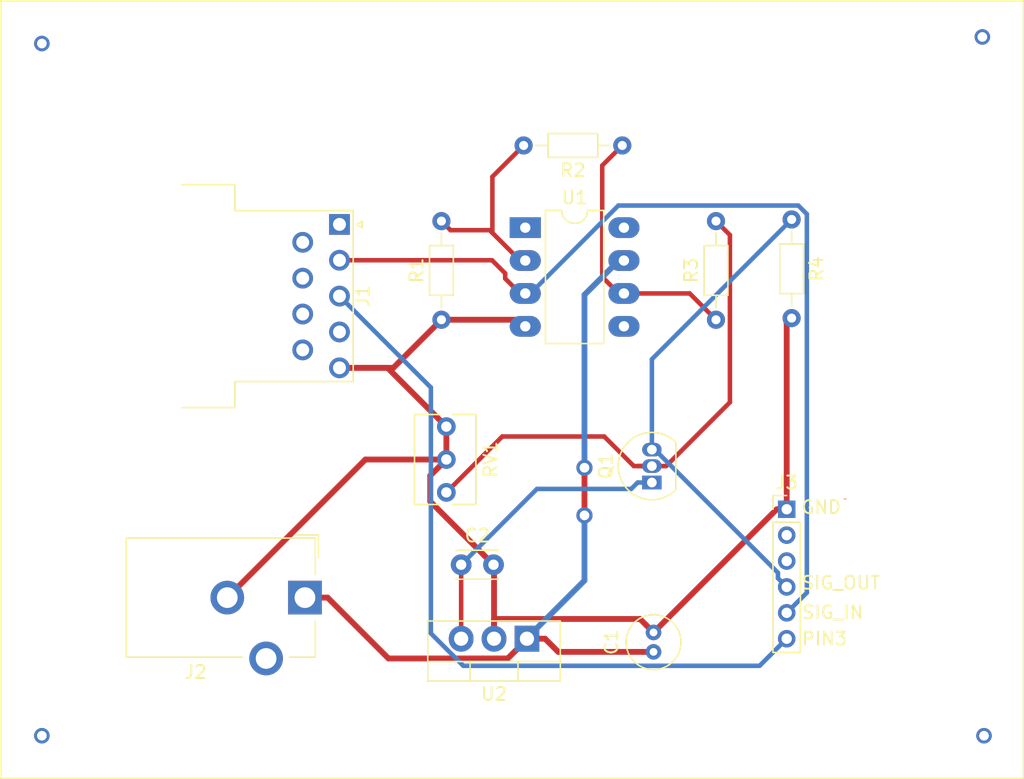
<source format=kicad_pcb>
(kicad_pcb (version 20171130) (host pcbnew "(5.1.0-0)")

  (general
    (thickness 1.6)
    (drawings 9)
    (tracks 99)
    (zones 0)
    (modules 13)
    (nets 21)
  )

  (page A4)
  (layers
    (0 F.Cu signal)
    (31 B.Cu signal)
    (32 B.Adhes user)
    (33 F.Adhes user)
    (34 B.Paste user)
    (35 F.Paste user)
    (36 B.SilkS user)
    (37 F.SilkS user)
    (38 B.Mask user)
    (39 F.Mask user)
    (40 Dwgs.User user)
    (41 Cmts.User user)
    (42 Eco1.User user)
    (43 Eco2.User user)
    (44 Edge.Cuts user)
    (45 Margin user)
    (46 B.CrtYd user)
    (47 F.CrtYd user)
    (48 B.Fab user)
    (49 F.Fab user)
  )

  (setup
    (last_trace_width 0.35)
    (trace_clearance 0.2)
    (zone_clearance 0.508)
    (zone_45_only no)
    (trace_min 0.2)
    (via_size 0.8)
    (via_drill 0.4)
    (via_min_size 0.4)
    (via_min_drill 0.3)
    (uvia_size 0.3)
    (uvia_drill 0.1)
    (uvias_allowed no)
    (uvia_min_size 0.2)
    (uvia_min_drill 0.1)
    (edge_width 0.05)
    (segment_width 0.2)
    (pcb_text_width 0.3)
    (pcb_text_size 1.5 1.5)
    (mod_edge_width 0.12)
    (mod_text_size 1 1)
    (mod_text_width 0.15)
    (pad_size 1.524 1.524)
    (pad_drill 0.762)
    (pad_to_mask_clearance 0.051)
    (solder_mask_min_width 0.25)
    (aux_axis_origin 0 0)
    (visible_elements FFFFFF7F)
    (pcbplotparams
      (layerselection 0x010fc_ffffffff)
      (usegerberextensions false)
      (usegerberattributes false)
      (usegerberadvancedattributes false)
      (creategerberjobfile false)
      (excludeedgelayer true)
      (linewidth 0.100000)
      (plotframeref false)
      (viasonmask false)
      (mode 1)
      (useauxorigin false)
      (hpglpennumber 1)
      (hpglpenspeed 20)
      (hpglpendiameter 15.000000)
      (psnegative false)
      (psa4output false)
      (plotreference true)
      (plotvalue true)
      (plotinvisibletext false)
      (padsonsilk false)
      (subtractmaskfromsilk false)
      (outputformat 1)
      (mirror false)
      (drillshape 1)
      (scaleselection 1)
      (outputdirectory ""))
  )

  (net 0 "")
  (net 1 GND)
  (net 2 "Net-(C2-Pad1)")
  (net 3 +12V)
  (net 4 "Net-(J1-Pad4)")
  (net 5 "Net-(J1-Pad6)")
  (net 6 "Net-(J1-Pad7)")
  (net 7 "Net-(J1-Pad8)")
  (net 8 "Net-(J1-Pad9)")
  (net 9 "Net-(Q1-Pad2)")
  (net 10 "Net-(J3-Pad2)")
  (net 11 "Net-(R1-Pad2)")
  (net 12 "Net-(U1-Pad1)")
  (net 13 "Net-(U1-Pad5)")
  (net 14 "Net-(U1-Pad8)")
  (net 15 "Net-(J1-Pad1)")
  (net 16 SIG_IN)
  (net 17 PIN3)
  (net 18 "Net-(J3-Pad3)")
  (net 19 SIG_OUT)
  (net 20 "Net-(R2-Pad1)")

  (net_class Default "This is the default net class."
    (clearance 0.2)
    (trace_width 0.35)
    (via_dia 0.8)
    (via_drill 0.4)
    (uvia_dia 0.3)
    (uvia_drill 0.1)
    (add_net "Net-(C2-Pad1)")
    (add_net "Net-(J1-Pad1)")
    (add_net "Net-(J1-Pad4)")
    (add_net "Net-(J1-Pad6)")
    (add_net "Net-(J1-Pad7)")
    (add_net "Net-(J1-Pad8)")
    (add_net "Net-(J1-Pad9)")
    (add_net "Net-(J3-Pad2)")
    (add_net "Net-(J3-Pad3)")
    (add_net "Net-(Q1-Pad2)")
    (add_net "Net-(R1-Pad2)")
    (add_net "Net-(R2-Pad1)")
    (add_net "Net-(U1-Pad1)")
    (add_net "Net-(U1-Pad5)")
    (add_net "Net-(U1-Pad8)")
    (add_net PIN3)
    (add_net SIG_IN)
    (add_net SIG_OUT)
  )

  (net_class Power ""
    (clearance 0.3)
    (trace_width 0.45)
    (via_dia 0.8)
    (via_drill 0.4)
    (uvia_dia 0.3)
    (uvia_drill 0.1)
    (add_net +12V)
    (add_net GND)
  )

  (module Capacitor_THT:C_Radial_D4.0mm_H5.0mm_P1.50mm (layer F.Cu) (tedit 5BC5C9B9) (tstamp 5DB10521)
    (at 114.046 75.692 90)
    (descr "C, Radial series, Radial, pin pitch=1.50mm, diameter=4mm, height=5mm, Non-Polar Electrolytic Capacitor")
    (tags "C Radial series Radial pin pitch 1.50mm diameter 4mm height 5mm Non-Polar Electrolytic Capacitor")
    (path /5DAB62CB)
    (fp_text reference C1 (at 0.75 -3.25 90) (layer F.SilkS)
      (effects (font (size 1 1) (thickness 0.15)))
    )
    (fp_text value 10u (at 0.75 3.25 90) (layer F.Fab)
      (effects (font (size 1 1) (thickness 0.15)))
    )
    (fp_circle (center 0.75 0) (end 2.75 0) (layer F.Fab) (width 0.1))
    (fp_circle (center 0.75 0) (end 2.87 0) (layer F.SilkS) (width 0.12))
    (fp_circle (center 0.75 0) (end 3 0) (layer F.CrtYd) (width 0.05))
    (fp_text user %R (at 0.75 0 90) (layer F.Fab)
      (effects (font (size 0.8 0.8) (thickness 0.12)))
    )
    (pad 1 thru_hole circle (at 0 0 90) (size 1.2 1.2) (drill 0.6) (layers *.Cu *.Mask)
      (net 3 +12V))
    (pad 2 thru_hole circle (at 1.5 0 90) (size 1.2 1.2) (drill 0.6) (layers *.Cu *.Mask)
      (net 1 GND))
    (model ${KISYS3DMOD}/Capacitor_THT.3dshapes/C_Radial_D4.0mm_H5.0mm_P1.50mm.wrl
      (at (xyz 0 0 0))
      (scale (xyz 1 1 1))
      (rotate (xyz 0 0 0))
    )
  )

  (module Capacitor_THT:C_Disc_D3.0mm_W2.0mm_P2.50mm (layer F.Cu) (tedit 5AE50EF0) (tstamp 5DB101E7)
    (at 99.187 68.961)
    (descr "C, Disc series, Radial, pin pitch=2.50mm, , diameter*width=3*2mm^2, Capacitor")
    (tags "C Disc series Radial pin pitch 2.50mm  diameter 3mm width 2mm Capacitor")
    (path /5DABF041)
    (fp_text reference C2 (at 1.25 -2.25) (layer F.SilkS)
      (effects (font (size 1 1) (thickness 0.15)))
    )
    (fp_text value .01uF (at 1.25 2.25) (layer F.Fab)
      (effects (font (size 1 1) (thickness 0.15)))
    )
    (fp_line (start -0.25 -1) (end -0.25 1) (layer F.Fab) (width 0.1))
    (fp_line (start -0.25 1) (end 2.75 1) (layer F.Fab) (width 0.1))
    (fp_line (start 2.75 1) (end 2.75 -1) (layer F.Fab) (width 0.1))
    (fp_line (start 2.75 -1) (end -0.25 -1) (layer F.Fab) (width 0.1))
    (fp_line (start -0.37 -1.12) (end 2.87 -1.12) (layer F.SilkS) (width 0.12))
    (fp_line (start -0.37 1.12) (end 2.87 1.12) (layer F.SilkS) (width 0.12))
    (fp_line (start -0.37 -1.12) (end -0.37 -1.055) (layer F.SilkS) (width 0.12))
    (fp_line (start -0.37 1.055) (end -0.37 1.12) (layer F.SilkS) (width 0.12))
    (fp_line (start 2.87 -1.12) (end 2.87 -1.055) (layer F.SilkS) (width 0.12))
    (fp_line (start 2.87 1.055) (end 2.87 1.12) (layer F.SilkS) (width 0.12))
    (fp_line (start -1.05 -1.25) (end -1.05 1.25) (layer F.CrtYd) (width 0.05))
    (fp_line (start -1.05 1.25) (end 3.55 1.25) (layer F.CrtYd) (width 0.05))
    (fp_line (start 3.55 1.25) (end 3.55 -1.25) (layer F.CrtYd) (width 0.05))
    (fp_line (start 3.55 -1.25) (end -1.05 -1.25) (layer F.CrtYd) (width 0.05))
    (fp_text user %R (at 1.25 0) (layer F.Fab)
      (effects (font (size 0.6 0.6) (thickness 0.09)))
    )
    (pad 1 thru_hole circle (at 0 0) (size 1.6 1.6) (drill 0.8) (layers *.Cu *.Mask)
      (net 2 "Net-(C2-Pad1)"))
    (pad 2 thru_hole circle (at 2.5 0) (size 1.6 1.6) (drill 0.8) (layers *.Cu *.Mask)
      (net 1 GND))
    (model ${KISYS3DMOD}/Capacitor_THT.3dshapes/C_Disc_D3.0mm_W2.0mm_P2.50mm.wrl
      (at (xyz 0 0 0))
      (scale (xyz 1 1 1))
      (rotate (xyz 0 0 0))
    )
  )

  (module Connector_BarrelJack:BarrelJack_CUI_PJ-102AH_Horizontal (layer F.Cu) (tedit 5A1DBF38) (tstamp 5DB10191)
    (at 87.122 71.501 270)
    (descr "Thin-pin DC Barrel Jack, https://cdn-shop.adafruit.com/datasheets/21mmdcjackDatasheet.pdf")
    (tags "Power Jack")
    (path /5DAC441D)
    (fp_text reference J2 (at 5.75 8.45) (layer F.SilkS)
      (effects (font (size 1 1) (thickness 0.15)))
    )
    (fp_text value Barrel_Jack (at -5.5 6.2) (layer F.Fab)
      (effects (font (size 1 1) (thickness 0.15)))
    )
    (fp_text user %R (at 0 6.5 270) (layer F.Fab)
      (effects (font (size 1 1) (thickness 0.15)))
    )
    (fp_line (start 1.8 -1.8) (end 1.8 -1.2) (layer F.CrtYd) (width 0.05))
    (fp_line (start 1.8 -1.2) (end 5 -1.2) (layer F.CrtYd) (width 0.05))
    (fp_line (start 5 -1.2) (end 5 1.2) (layer F.CrtYd) (width 0.05))
    (fp_line (start 5 1.2) (end 6.5 1.2) (layer F.CrtYd) (width 0.05))
    (fp_line (start 6.5 1.2) (end 6.5 4.8) (layer F.CrtYd) (width 0.05))
    (fp_line (start 6.5 4.8) (end 5 4.8) (layer F.CrtYd) (width 0.05))
    (fp_line (start 5 4.8) (end 5 14.2) (layer F.CrtYd) (width 0.05))
    (fp_line (start 5 14.2) (end -5 14.2) (layer F.CrtYd) (width 0.05))
    (fp_line (start -5 14.2) (end -5 -1.2) (layer F.CrtYd) (width 0.05))
    (fp_line (start -5 -1.2) (end -1.8 -1.2) (layer F.CrtYd) (width 0.05))
    (fp_line (start -1.8 -1.2) (end -1.8 -1.8) (layer F.CrtYd) (width 0.05))
    (fp_line (start -1.8 -1.8) (end 1.8 -1.8) (layer F.CrtYd) (width 0.05))
    (fp_line (start 4.6 4.8) (end 4.6 13.8) (layer F.SilkS) (width 0.12))
    (fp_line (start 4.6 13.8) (end -4.6 13.8) (layer F.SilkS) (width 0.12))
    (fp_line (start -4.6 13.8) (end -4.6 -0.8) (layer F.SilkS) (width 0.12))
    (fp_line (start -4.6 -0.8) (end -1.8 -0.8) (layer F.SilkS) (width 0.12))
    (fp_line (start 1.8 -0.8) (end 4.6 -0.8) (layer F.SilkS) (width 0.12))
    (fp_line (start 4.6 -0.8) (end 4.6 1.2) (layer F.SilkS) (width 0.12))
    (fp_line (start -4.84 0.7) (end -4.84 -1.04) (layer F.SilkS) (width 0.12))
    (fp_line (start -4.84 -1.04) (end -3.1 -1.04) (layer F.SilkS) (width 0.12))
    (fp_line (start 4.5 -0.7) (end 4.5 13.7) (layer F.Fab) (width 0.1))
    (fp_line (start 4.5 13.7) (end -4.5 13.7) (layer F.Fab) (width 0.1))
    (fp_line (start -4.5 13.7) (end -4.5 0.3) (layer F.Fab) (width 0.1))
    (fp_line (start -4.5 0.3) (end -3.5 -0.7) (layer F.Fab) (width 0.1))
    (fp_line (start -3.5 -0.7) (end 4.5 -0.7) (layer F.Fab) (width 0.1))
    (fp_line (start -4.5 10.2) (end 4.5 10.2) (layer F.Fab) (width 0.1))
    (pad 1 thru_hole rect (at 0 0 270) (size 2.6 2.6) (drill 1.6) (layers *.Cu *.Mask)
      (net 3 +12V))
    (pad 2 thru_hole circle (at 0 6 270) (size 2.6 2.6) (drill 1.6) (layers *.Cu *.Mask)
      (net 1 GND))
    (pad 3 thru_hole circle (at 4.7 3 270) (size 2.6 2.6) (drill 1.6) (layers *.Cu *.Mask))
    (model ${KISYS3DMOD}/Connector_BarrelJack.3dshapes/BarrelJack_CUI_PJ-102AH_Horizontal.wrl
      (at (xyz 0 0 0))
      (scale (xyz 1 1 1))
      (rotate (xyz 0 0 0))
    )
  )

  (module Package_TO_SOT_THT:TO-92_Inline (layer F.Cu) (tedit 5A1DD157) (tstamp 5DB104F6)
    (at 113.919 62.611 90)
    (descr "TO-92 leads in-line, narrow, oval pads, drill 0.75mm (see NXP sot054_po.pdf)")
    (tags "to-92 sc-43 sc-43a sot54 PA33 transistor")
    (path /5DAAEC8A)
    (fp_text reference Q1 (at 1.27 -3.56 90) (layer F.SilkS)
      (effects (font (size 1 1) (thickness 0.15)))
    )
    (fp_text value BC547 (at 1.27 2.79 90) (layer F.Fab)
      (effects (font (size 1 1) (thickness 0.15)))
    )
    (fp_text user %R (at 1.27 -3.56 90) (layer F.Fab)
      (effects (font (size 1 1) (thickness 0.15)))
    )
    (fp_line (start -0.53 1.85) (end 3.07 1.85) (layer F.SilkS) (width 0.12))
    (fp_line (start -0.5 1.75) (end 3 1.75) (layer F.Fab) (width 0.1))
    (fp_line (start -1.46 -2.73) (end 4 -2.73) (layer F.CrtYd) (width 0.05))
    (fp_line (start -1.46 -2.73) (end -1.46 2.01) (layer F.CrtYd) (width 0.05))
    (fp_line (start 4 2.01) (end 4 -2.73) (layer F.CrtYd) (width 0.05))
    (fp_line (start 4 2.01) (end -1.46 2.01) (layer F.CrtYd) (width 0.05))
    (fp_arc (start 1.27 0) (end 1.27 -2.48) (angle 135) (layer F.Fab) (width 0.1))
    (fp_arc (start 1.27 0) (end 1.27 -2.6) (angle -135) (layer F.SilkS) (width 0.12))
    (fp_arc (start 1.27 0) (end 1.27 -2.48) (angle -135) (layer F.Fab) (width 0.1))
    (fp_arc (start 1.27 0) (end 1.27 -2.6) (angle 135) (layer F.SilkS) (width 0.12))
    (pad 2 thru_hole oval (at 1.27 0 90) (size 1.05 1.5) (drill 0.75) (layers *.Cu *.Mask)
      (net 9 "Net-(Q1-Pad2)"))
    (pad 3 thru_hole oval (at 2.54 0 90) (size 1.05 1.5) (drill 0.75) (layers *.Cu *.Mask)
      (net 19 SIG_OUT))
    (pad 1 thru_hole rect (at 0 0 90) (size 1.05 1.5) (drill 0.75) (layers *.Cu *.Mask)
      (net 2 "Net-(C2-Pad1)"))
    (model ${KISYS3DMOD}/Package_TO_SOT_THT.3dshapes/TO-92_Inline.wrl
      (at (xyz 0 0 0))
      (scale (xyz 1 1 1))
      (rotate (xyz 0 0 0))
    )
  )

  (module Package_DIP:DIP-8_W7.62mm_LongPads (layer F.Cu) (tedit 5A02E8C5) (tstamp 5DB104AF)
    (at 104.14 42.926)
    (descr "8-lead though-hole mounted DIP package, row spacing 7.62 mm (300 mils), LongPads")
    (tags "THT DIP DIL PDIP 2.54mm 7.62mm 300mil LongPads")
    (path /5DAAB5AB)
    (fp_text reference U1 (at 3.81 -2.33) (layer F.SilkS)
      (effects (font (size 1 1) (thickness 0.15)))
    )
    (fp_text value LM741 (at 3.81 9.95) (layer F.Fab)
      (effects (font (size 1 1) (thickness 0.15)))
    )
    (fp_arc (start 3.81 -1.33) (end 2.81 -1.33) (angle -180) (layer F.SilkS) (width 0.12))
    (fp_line (start 1.635 -1.27) (end 6.985 -1.27) (layer F.Fab) (width 0.1))
    (fp_line (start 6.985 -1.27) (end 6.985 8.89) (layer F.Fab) (width 0.1))
    (fp_line (start 6.985 8.89) (end 0.635 8.89) (layer F.Fab) (width 0.1))
    (fp_line (start 0.635 8.89) (end 0.635 -0.27) (layer F.Fab) (width 0.1))
    (fp_line (start 0.635 -0.27) (end 1.635 -1.27) (layer F.Fab) (width 0.1))
    (fp_line (start 2.81 -1.33) (end 1.56 -1.33) (layer F.SilkS) (width 0.12))
    (fp_line (start 1.56 -1.33) (end 1.56 8.95) (layer F.SilkS) (width 0.12))
    (fp_line (start 1.56 8.95) (end 6.06 8.95) (layer F.SilkS) (width 0.12))
    (fp_line (start 6.06 8.95) (end 6.06 -1.33) (layer F.SilkS) (width 0.12))
    (fp_line (start 6.06 -1.33) (end 4.81 -1.33) (layer F.SilkS) (width 0.12))
    (fp_line (start -1.45 -1.55) (end -1.45 9.15) (layer F.CrtYd) (width 0.05))
    (fp_line (start -1.45 9.15) (end 9.1 9.15) (layer F.CrtYd) (width 0.05))
    (fp_line (start 9.1 9.15) (end 9.1 -1.55) (layer F.CrtYd) (width 0.05))
    (fp_line (start 9.1 -1.55) (end -1.45 -1.55) (layer F.CrtYd) (width 0.05))
    (fp_text user %R (at 3.81 3.81) (layer F.Fab)
      (effects (font (size 1 1) (thickness 0.15)))
    )
    (pad 1 thru_hole rect (at 0 0) (size 2.4 1.6) (drill 0.8) (layers *.Cu *.Mask)
      (net 12 "Net-(U1-Pad1)"))
    (pad 5 thru_hole oval (at 7.62 7.62) (size 2.4 1.6) (drill 0.8) (layers *.Cu *.Mask)
      (net 13 "Net-(U1-Pad5)"))
    (pad 2 thru_hole oval (at 0 2.54) (size 2.4 1.6) (drill 0.8) (layers *.Cu *.Mask)
      (net 11 "Net-(R1-Pad2)"))
    (pad 6 thru_hole oval (at 7.62 5.08) (size 2.4 1.6) (drill 0.8) (layers *.Cu *.Mask)
      (net 20 "Net-(R2-Pad1)"))
    (pad 3 thru_hole oval (at 0 5.08) (size 2.4 1.6) (drill 0.8) (layers *.Cu *.Mask)
      (net 16 SIG_IN))
    (pad 7 thru_hole oval (at 7.62 2.54) (size 2.4 1.6) (drill 0.8) (layers *.Cu *.Mask)
      (net 3 +12V))
    (pad 4 thru_hole oval (at 0 7.62) (size 2.4 1.6) (drill 0.8) (layers *.Cu *.Mask)
      (net 1 GND))
    (pad 8 thru_hole oval (at 7.62 0) (size 2.4 1.6) (drill 0.8) (layers *.Cu *.Mask)
      (net 14 "Net-(U1-Pad8)"))
    (model ${KISYS3DMOD}/Package_DIP.3dshapes/DIP-8_W7.62mm.wrl
      (at (xyz 0 0 0))
      (scale (xyz 1 1 1))
      (rotate (xyz 0 0 0))
    )
  )

  (module Package_TO_SOT_THT:TO-220-3_Vertical (layer F.Cu) (tedit 5AC8BA0D) (tstamp 5DB10462)
    (at 104.267 74.676 180)
    (descr "TO-220-3, Vertical, RM 2.54mm, see https://www.vishay.com/docs/66542/to-220-1.pdf")
    (tags "TO-220-3 Vertical RM 2.54mm")
    (path /5DB16FB6)
    (fp_text reference U2 (at 2.54 -4.27 180) (layer F.SilkS)
      (effects (font (size 1 1) (thickness 0.15)))
    )
    (fp_text value L7805 (at 2.54 2.5 180) (layer F.Fab)
      (effects (font (size 1 1) (thickness 0.15)))
    )
    (fp_line (start -2.46 -3.15) (end -2.46 1.25) (layer F.Fab) (width 0.1))
    (fp_line (start -2.46 1.25) (end 7.54 1.25) (layer F.Fab) (width 0.1))
    (fp_line (start 7.54 1.25) (end 7.54 -3.15) (layer F.Fab) (width 0.1))
    (fp_line (start 7.54 -3.15) (end -2.46 -3.15) (layer F.Fab) (width 0.1))
    (fp_line (start -2.46 -1.88) (end 7.54 -1.88) (layer F.Fab) (width 0.1))
    (fp_line (start 0.69 -3.15) (end 0.69 -1.88) (layer F.Fab) (width 0.1))
    (fp_line (start 4.39 -3.15) (end 4.39 -1.88) (layer F.Fab) (width 0.1))
    (fp_line (start -2.58 -3.27) (end 7.66 -3.27) (layer F.SilkS) (width 0.12))
    (fp_line (start -2.58 1.371) (end 7.66 1.371) (layer F.SilkS) (width 0.12))
    (fp_line (start -2.58 -3.27) (end -2.58 1.371) (layer F.SilkS) (width 0.12))
    (fp_line (start 7.66 -3.27) (end 7.66 1.371) (layer F.SilkS) (width 0.12))
    (fp_line (start -2.58 -1.76) (end 7.66 -1.76) (layer F.SilkS) (width 0.12))
    (fp_line (start 0.69 -3.27) (end 0.69 -1.76) (layer F.SilkS) (width 0.12))
    (fp_line (start 4.391 -3.27) (end 4.391 -1.76) (layer F.SilkS) (width 0.12))
    (fp_line (start -2.71 -3.4) (end -2.71 1.51) (layer F.CrtYd) (width 0.05))
    (fp_line (start -2.71 1.51) (end 7.79 1.51) (layer F.CrtYd) (width 0.05))
    (fp_line (start 7.79 1.51) (end 7.79 -3.4) (layer F.CrtYd) (width 0.05))
    (fp_line (start 7.79 -3.4) (end -2.71 -3.4) (layer F.CrtYd) (width 0.05))
    (fp_text user %R (at 2.54 -4.27 180) (layer F.Fab)
      (effects (font (size 1 1) (thickness 0.15)))
    )
    (pad 1 thru_hole rect (at 0 0 180) (size 1.905 2) (drill 1.1) (layers *.Cu *.Mask)
      (net 3 +12V))
    (pad 2 thru_hole oval (at 2.54 0 180) (size 1.905 2) (drill 1.1) (layers *.Cu *.Mask)
      (net 1 GND))
    (pad 3 thru_hole oval (at 5.08 0 180) (size 1.905 2) (drill 1.1) (layers *.Cu *.Mask)
      (net 2 "Net-(C2-Pad1)"))
    (model ${KISYS3DMOD}/Package_TO_SOT_THT.3dshapes/TO-220-3_Vertical.wrl
      (at (xyz 0 0 0))
      (scale (xyz 1 1 1))
      (rotate (xyz 0 0 0))
    )
  )

  (module Resistor_THT:R_Axial_DIN0204_L3.6mm_D1.6mm_P7.62mm_Horizontal (layer F.Cu) (tedit 5AE5139B) (tstamp 5DB1041D)
    (at 97.663 50.038 90)
    (descr "Resistor, Axial_DIN0204 series, Axial, Horizontal, pin pitch=7.62mm, 0.167W, length*diameter=3.6*1.6mm^2, http://cdn-reichelt.de/documents/datenblatt/B400/1_4W%23YAG.pdf")
    (tags "Resistor Axial_DIN0204 series Axial Horizontal pin pitch 7.62mm 0.167W length 3.6mm diameter 1.6mm")
    (path /5DAFF2D3)
    (fp_text reference R1 (at 3.81 -1.92 90) (layer F.SilkS)
      (effects (font (size 1 1) (thickness 0.15)))
    )
    (fp_text value 3.8K (at 3.81 1.92 90) (layer F.Fab)
      (effects (font (size 1 1) (thickness 0.15)))
    )
    (fp_text user %R (at 3.81 0 90) (layer F.Fab)
      (effects (font (size 0.72 0.72) (thickness 0.108)))
    )
    (fp_line (start 8.57 -1.05) (end -0.95 -1.05) (layer F.CrtYd) (width 0.05))
    (fp_line (start 8.57 1.05) (end 8.57 -1.05) (layer F.CrtYd) (width 0.05))
    (fp_line (start -0.95 1.05) (end 8.57 1.05) (layer F.CrtYd) (width 0.05))
    (fp_line (start -0.95 -1.05) (end -0.95 1.05) (layer F.CrtYd) (width 0.05))
    (fp_line (start 6.68 0) (end 5.73 0) (layer F.SilkS) (width 0.12))
    (fp_line (start 0.94 0) (end 1.89 0) (layer F.SilkS) (width 0.12))
    (fp_line (start 5.73 -0.92) (end 1.89 -0.92) (layer F.SilkS) (width 0.12))
    (fp_line (start 5.73 0.92) (end 5.73 -0.92) (layer F.SilkS) (width 0.12))
    (fp_line (start 1.89 0.92) (end 5.73 0.92) (layer F.SilkS) (width 0.12))
    (fp_line (start 1.89 -0.92) (end 1.89 0.92) (layer F.SilkS) (width 0.12))
    (fp_line (start 7.62 0) (end 5.61 0) (layer F.Fab) (width 0.1))
    (fp_line (start 0 0) (end 2.01 0) (layer F.Fab) (width 0.1))
    (fp_line (start 5.61 -0.8) (end 2.01 -0.8) (layer F.Fab) (width 0.1))
    (fp_line (start 5.61 0.8) (end 5.61 -0.8) (layer F.Fab) (width 0.1))
    (fp_line (start 2.01 0.8) (end 5.61 0.8) (layer F.Fab) (width 0.1))
    (fp_line (start 2.01 -0.8) (end 2.01 0.8) (layer F.Fab) (width 0.1))
    (pad 2 thru_hole oval (at 7.62 0 90) (size 1.4 1.4) (drill 0.7) (layers *.Cu *.Mask)
      (net 11 "Net-(R1-Pad2)"))
    (pad 1 thru_hole circle (at 0 0 90) (size 1.4 1.4) (drill 0.7) (layers *.Cu *.Mask)
      (net 1 GND))
    (model ${KISYS3DMOD}/Resistor_THT.3dshapes/R_Axial_DIN0204_L3.6mm_D1.6mm_P7.62mm_Horizontal.wrl
      (at (xyz 0 0 0))
      (scale (xyz 1 1 1))
      (rotate (xyz 0 0 0))
    )
  )

  (module Resistor_THT:R_Axial_DIN0204_L3.6mm_D1.6mm_P7.62mm_Horizontal (layer F.Cu) (tedit 5AE5139B) (tstamp 5DB103DB)
    (at 111.633 36.576 180)
    (descr "Resistor, Axial_DIN0204 series, Axial, Horizontal, pin pitch=7.62mm, 0.167W, length*diameter=3.6*1.6mm^2, http://cdn-reichelt.de/documents/datenblatt/B400/1_4W%23YAG.pdf")
    (tags "Resistor Axial_DIN0204 series Axial Horizontal pin pitch 7.62mm 0.167W length 3.6mm diameter 1.6mm")
    (path /5DAF8CEE)
    (fp_text reference R2 (at 3.81 -1.92 180) (layer F.SilkS)
      (effects (font (size 1 1) (thickness 0.15)))
    )
    (fp_text value 270R (at 3.81 1.92 180) (layer F.Fab)
      (effects (font (size 1 1) (thickness 0.15)))
    )
    (fp_line (start 2.01 -0.8) (end 2.01 0.8) (layer F.Fab) (width 0.1))
    (fp_line (start 2.01 0.8) (end 5.61 0.8) (layer F.Fab) (width 0.1))
    (fp_line (start 5.61 0.8) (end 5.61 -0.8) (layer F.Fab) (width 0.1))
    (fp_line (start 5.61 -0.8) (end 2.01 -0.8) (layer F.Fab) (width 0.1))
    (fp_line (start 0 0) (end 2.01 0) (layer F.Fab) (width 0.1))
    (fp_line (start 7.62 0) (end 5.61 0) (layer F.Fab) (width 0.1))
    (fp_line (start 1.89 -0.92) (end 1.89 0.92) (layer F.SilkS) (width 0.12))
    (fp_line (start 1.89 0.92) (end 5.73 0.92) (layer F.SilkS) (width 0.12))
    (fp_line (start 5.73 0.92) (end 5.73 -0.92) (layer F.SilkS) (width 0.12))
    (fp_line (start 5.73 -0.92) (end 1.89 -0.92) (layer F.SilkS) (width 0.12))
    (fp_line (start 0.94 0) (end 1.89 0) (layer F.SilkS) (width 0.12))
    (fp_line (start 6.68 0) (end 5.73 0) (layer F.SilkS) (width 0.12))
    (fp_line (start -0.95 -1.05) (end -0.95 1.05) (layer F.CrtYd) (width 0.05))
    (fp_line (start -0.95 1.05) (end 8.57 1.05) (layer F.CrtYd) (width 0.05))
    (fp_line (start 8.57 1.05) (end 8.57 -1.05) (layer F.CrtYd) (width 0.05))
    (fp_line (start 8.57 -1.05) (end -0.95 -1.05) (layer F.CrtYd) (width 0.05))
    (fp_text user %R (at 3.81 0 180) (layer F.Fab)
      (effects (font (size 0.72 0.72) (thickness 0.108)))
    )
    (pad 1 thru_hole circle (at 0 0 180) (size 1.4 1.4) (drill 0.7) (layers *.Cu *.Mask)
      (net 20 "Net-(R2-Pad1)"))
    (pad 2 thru_hole oval (at 7.62 0 180) (size 1.4 1.4) (drill 0.7) (layers *.Cu *.Mask)
      (net 11 "Net-(R1-Pad2)"))
    (model ${KISYS3DMOD}/Resistor_THT.3dshapes/R_Axial_DIN0204_L3.6mm_D1.6mm_P7.62mm_Horizontal.wrl
      (at (xyz 0 0 0))
      (scale (xyz 1 1 1))
      (rotate (xyz 0 0 0))
    )
  )

  (module Resistor_THT:R_Axial_DIN0204_L3.6mm_D1.6mm_P7.62mm_Horizontal (layer F.Cu) (tedit 5AE5139B) (tstamp 5DB10399)
    (at 118.872 50.038 90)
    (descr "Resistor, Axial_DIN0204 series, Axial, Horizontal, pin pitch=7.62mm, 0.167W, length*diameter=3.6*1.6mm^2, http://cdn-reichelt.de/documents/datenblatt/B400/1_4W%23YAG.pdf")
    (tags "Resistor Axial_DIN0204 series Axial Horizontal pin pitch 7.62mm 0.167W length 3.6mm diameter 1.6mm")
    (path /5DB2255B)
    (fp_text reference R3 (at 3.81 -1.92 90) (layer F.SilkS)
      (effects (font (size 1 1) (thickness 0.15)))
    )
    (fp_text value 1K (at 3.81 1.92 90) (layer F.Fab)
      (effects (font (size 1 1) (thickness 0.15)))
    )
    (fp_line (start 2.01 -0.8) (end 2.01 0.8) (layer F.Fab) (width 0.1))
    (fp_line (start 2.01 0.8) (end 5.61 0.8) (layer F.Fab) (width 0.1))
    (fp_line (start 5.61 0.8) (end 5.61 -0.8) (layer F.Fab) (width 0.1))
    (fp_line (start 5.61 -0.8) (end 2.01 -0.8) (layer F.Fab) (width 0.1))
    (fp_line (start 0 0) (end 2.01 0) (layer F.Fab) (width 0.1))
    (fp_line (start 7.62 0) (end 5.61 0) (layer F.Fab) (width 0.1))
    (fp_line (start 1.89 -0.92) (end 1.89 0.92) (layer F.SilkS) (width 0.12))
    (fp_line (start 1.89 0.92) (end 5.73 0.92) (layer F.SilkS) (width 0.12))
    (fp_line (start 5.73 0.92) (end 5.73 -0.92) (layer F.SilkS) (width 0.12))
    (fp_line (start 5.73 -0.92) (end 1.89 -0.92) (layer F.SilkS) (width 0.12))
    (fp_line (start 0.94 0) (end 1.89 0) (layer F.SilkS) (width 0.12))
    (fp_line (start 6.68 0) (end 5.73 0) (layer F.SilkS) (width 0.12))
    (fp_line (start -0.95 -1.05) (end -0.95 1.05) (layer F.CrtYd) (width 0.05))
    (fp_line (start -0.95 1.05) (end 8.57 1.05) (layer F.CrtYd) (width 0.05))
    (fp_line (start 8.57 1.05) (end 8.57 -1.05) (layer F.CrtYd) (width 0.05))
    (fp_line (start 8.57 -1.05) (end -0.95 -1.05) (layer F.CrtYd) (width 0.05))
    (fp_text user %R (at 3.81 0 90) (layer F.Fab)
      (effects (font (size 0.72 0.72) (thickness 0.108)))
    )
    (pad 1 thru_hole circle (at 0 0 90) (size 1.4 1.4) (drill 0.7) (layers *.Cu *.Mask)
      (net 20 "Net-(R2-Pad1)"))
    (pad 2 thru_hole oval (at 7.62 0 90) (size 1.4 1.4) (drill 0.7) (layers *.Cu *.Mask)
      (net 9 "Net-(Q1-Pad2)"))
    (model ${KISYS3DMOD}/Resistor_THT.3dshapes/R_Axial_DIN0204_L3.6mm_D1.6mm_P7.62mm_Horizontal.wrl
      (at (xyz 0 0 0))
      (scale (xyz 1 1 1))
      (rotate (xyz 0 0 0))
    )
  )

  (module Resistor_THT:R_Axial_DIN0204_L3.6mm_D1.6mm_P7.62mm_Horizontal (layer F.Cu) (tedit 5AE5139B) (tstamp 5DB10357)
    (at 124.714 42.291 270)
    (descr "Resistor, Axial_DIN0204 series, Axial, Horizontal, pin pitch=7.62mm, 0.167W, length*diameter=3.6*1.6mm^2, http://cdn-reichelt.de/documents/datenblatt/B400/1_4W%23YAG.pdf")
    (tags "Resistor Axial_DIN0204 series Axial Horizontal pin pitch 7.62mm 0.167W length 3.6mm diameter 1.6mm")
    (path /5DB2B525)
    (fp_text reference R4 (at 3.81 -1.92 270) (layer F.SilkS)
      (effects (font (size 1 1) (thickness 0.15)))
    )
    (fp_text value 10K (at 3.81 1.92 270) (layer F.Fab)
      (effects (font (size 1 1) (thickness 0.15)))
    )
    (fp_text user %R (at 3.81 0 270) (layer F.Fab)
      (effects (font (size 0.72 0.72) (thickness 0.108)))
    )
    (fp_line (start 8.57 -1.05) (end -0.95 -1.05) (layer F.CrtYd) (width 0.05))
    (fp_line (start 8.57 1.05) (end 8.57 -1.05) (layer F.CrtYd) (width 0.05))
    (fp_line (start -0.95 1.05) (end 8.57 1.05) (layer F.CrtYd) (width 0.05))
    (fp_line (start -0.95 -1.05) (end -0.95 1.05) (layer F.CrtYd) (width 0.05))
    (fp_line (start 6.68 0) (end 5.73 0) (layer F.SilkS) (width 0.12))
    (fp_line (start 0.94 0) (end 1.89 0) (layer F.SilkS) (width 0.12))
    (fp_line (start 5.73 -0.92) (end 1.89 -0.92) (layer F.SilkS) (width 0.12))
    (fp_line (start 5.73 0.92) (end 5.73 -0.92) (layer F.SilkS) (width 0.12))
    (fp_line (start 1.89 0.92) (end 5.73 0.92) (layer F.SilkS) (width 0.12))
    (fp_line (start 1.89 -0.92) (end 1.89 0.92) (layer F.SilkS) (width 0.12))
    (fp_line (start 7.62 0) (end 5.61 0) (layer F.Fab) (width 0.1))
    (fp_line (start 0 0) (end 2.01 0) (layer F.Fab) (width 0.1))
    (fp_line (start 5.61 -0.8) (end 2.01 -0.8) (layer F.Fab) (width 0.1))
    (fp_line (start 5.61 0.8) (end 5.61 -0.8) (layer F.Fab) (width 0.1))
    (fp_line (start 2.01 0.8) (end 5.61 0.8) (layer F.Fab) (width 0.1))
    (fp_line (start 2.01 -0.8) (end 2.01 0.8) (layer F.Fab) (width 0.1))
    (pad 2 thru_hole oval (at 7.62 0 270) (size 1.4 1.4) (drill 0.7) (layers *.Cu *.Mask)
      (net 1 GND))
    (pad 1 thru_hole circle (at 0 0 270) (size 1.4 1.4) (drill 0.7) (layers *.Cu *.Mask)
      (net 19 SIG_OUT))
    (model ${KISYS3DMOD}/Resistor_THT.3dshapes/R_Axial_DIN0204_L3.6mm_D1.6mm_P7.62mm_Horizontal.wrl
      (at (xyz 0 0 0))
      (scale (xyz 1 1 1))
      (rotate (xyz 0 0 0))
    )
  )

  (module Connector_Dsub:DSUB-9_Male_Horizontal_P2.77x2.84mm_EdgePinOffset9.40mm (layer F.Cu) (tedit 59FEDEE2) (tstamp 5DB102A5)
    (at 89.789 42.672 270)
    (descr "9-pin D-Sub connector, horizontal/angled (90 deg), THT-mount, male, pitch 2.77x2.84mm, pin-PCB-offset 9.4mm, see http://docs-europe.electrocomponents.com/webdocs/1585/0900766b81585df2.pdf")
    (tags "9-pin D-Sub connector horizontal angled 90deg THT male pitch 2.77x2.84mm pin-PCB-offset 9.4mm")
    (path /5DACDE9E)
    (fp_text reference J1 (at 5.54 -1.8 270) (layer F.SilkS)
      (effects (font (size 1 1) (thickness 0.15)))
    )
    (fp_text value DB9_Male (at 5.54 20.14 270) (layer F.Fab)
      (effects (font (size 1 1) (thickness 0.15)))
    )
    (fp_line (start -0.1 0) (end -0.1 8.14) (layer F.Fab) (width 0.1))
    (fp_line (start 0 0) (end 0 8.14) (layer F.Fab) (width 0.1))
    (fp_line (start 0.1 0) (end 0.1 8.14) (layer F.Fab) (width 0.1))
    (fp_line (start 2.67 0) (end 2.67 8.14) (layer F.Fab) (width 0.1))
    (fp_line (start 2.77 0) (end 2.77 8.14) (layer F.Fab) (width 0.1))
    (fp_line (start 2.87 0) (end 2.87 8.14) (layer F.Fab) (width 0.1))
    (fp_line (start 5.44 0) (end 5.44 8.14) (layer F.Fab) (width 0.1))
    (fp_line (start 5.54 0) (end 5.54 8.14) (layer F.Fab) (width 0.1))
    (fp_line (start 5.64 0) (end 5.64 8.14) (layer F.Fab) (width 0.1))
    (fp_line (start 8.21 0) (end 8.21 8.14) (layer F.Fab) (width 0.1))
    (fp_line (start 8.31 0) (end 8.31 8.14) (layer F.Fab) (width 0.1))
    (fp_line (start 8.41 0) (end 8.41 8.14) (layer F.Fab) (width 0.1))
    (fp_line (start 10.98 0) (end 10.98 8.14) (layer F.Fab) (width 0.1))
    (fp_line (start 11.08 0) (end 11.08 8.14) (layer F.Fab) (width 0.1))
    (fp_line (start 11.18 0) (end 11.18 8.14) (layer F.Fab) (width 0.1))
    (fp_line (start 1.285 2.84) (end 1.285 8.14) (layer F.Fab) (width 0.1))
    (fp_line (start 1.385 2.84) (end 1.385 8.14) (layer F.Fab) (width 0.1))
    (fp_line (start 1.485 2.84) (end 1.485 8.14) (layer F.Fab) (width 0.1))
    (fp_line (start 4.055 2.84) (end 4.055 8.14) (layer F.Fab) (width 0.1))
    (fp_line (start 4.155 2.84) (end 4.155 8.14) (layer F.Fab) (width 0.1))
    (fp_line (start 4.255 2.84) (end 4.255 8.14) (layer F.Fab) (width 0.1))
    (fp_line (start 6.825 2.84) (end 6.825 8.14) (layer F.Fab) (width 0.1))
    (fp_line (start 6.925 2.84) (end 6.925 8.14) (layer F.Fab) (width 0.1))
    (fp_line (start 7.025 2.84) (end 7.025 8.14) (layer F.Fab) (width 0.1))
    (fp_line (start 9.595 2.84) (end 9.595 8.14) (layer F.Fab) (width 0.1))
    (fp_line (start 9.695 2.84) (end 9.695 8.14) (layer F.Fab) (width 0.1))
    (fp_line (start 9.795 2.84) (end 9.795 8.14) (layer F.Fab) (width 0.1))
    (fp_line (start -3.01 8.14) (end -3.01 12.24) (layer F.Fab) (width 0.1))
    (fp_line (start -3.01 12.24) (end 14.09 12.24) (layer F.Fab) (width 0.1))
    (fp_line (start 14.09 12.24) (end 14.09 8.14) (layer F.Fab) (width 0.1))
    (fp_line (start 14.09 8.14) (end -3.01 8.14) (layer F.Fab) (width 0.1))
    (fp_line (start -9.885 12.24) (end -9.885 12.64) (layer F.Fab) (width 0.1))
    (fp_line (start -9.885 12.64) (end 20.965 12.64) (layer F.Fab) (width 0.1))
    (fp_line (start 20.965 12.64) (end 20.965 12.24) (layer F.Fab) (width 0.1))
    (fp_line (start 20.965 12.24) (end -9.885 12.24) (layer F.Fab) (width 0.1))
    (fp_line (start -2.61 12.64) (end -2.61 18.64) (layer F.Fab) (width 0.1))
    (fp_line (start -2.61 18.64) (end 13.69 18.64) (layer F.Fab) (width 0.1))
    (fp_line (start 13.69 18.64) (end 13.69 12.64) (layer F.Fab) (width 0.1))
    (fp_line (start 13.69 12.64) (end -2.61 12.64) (layer F.Fab) (width 0.1))
    (fp_line (start -3.07 12.18) (end -3.07 8.08) (layer F.SilkS) (width 0.12))
    (fp_line (start -3.07 8.08) (end -1.06 8.08) (layer F.SilkS) (width 0.12))
    (fp_line (start -1.06 8.08) (end -1.06 -1.06) (layer F.SilkS) (width 0.12))
    (fp_line (start -1.06 -1.06) (end 12.14 -1.06) (layer F.SilkS) (width 0.12))
    (fp_line (start 12.14 -1.06) (end 12.14 8.08) (layer F.SilkS) (width 0.12))
    (fp_line (start 12.14 8.08) (end 14.15 8.08) (layer F.SilkS) (width 0.12))
    (fp_line (start 14.15 8.08) (end 14.15 12.18) (layer F.SilkS) (width 0.12))
    (fp_line (start -0.25 -1.754338) (end 0.25 -1.754338) (layer F.SilkS) (width 0.12))
    (fp_line (start 0.25 -1.754338) (end 0 -1.321325) (layer F.SilkS) (width 0.12))
    (fp_line (start 0 -1.321325) (end -0.25 -1.754338) (layer F.SilkS) (width 0.12))
    (fp_line (start -3.15 19.15) (end -3.15 13.15) (layer F.CrtYd) (width 0.05))
    (fp_line (start -3.15 13.15) (end -10.4 13.15) (layer F.CrtYd) (width 0.05))
    (fp_line (start -10.4 13.15) (end -10.4 11.75) (layer F.CrtYd) (width 0.05))
    (fp_line (start -10.4 11.75) (end -3.55 11.75) (layer F.CrtYd) (width 0.05))
    (fp_line (start -3.55 11.75) (end -3.55 7.65) (layer F.CrtYd) (width 0.05))
    (fp_line (start -3.55 7.65) (end -1.3 7.65) (layer F.CrtYd) (width 0.05))
    (fp_line (start -1.3 7.65) (end -1.3 -1.35) (layer F.CrtYd) (width 0.05))
    (fp_line (start -1.3 -1.35) (end 12.4 -1.35) (layer F.CrtYd) (width 0.05))
    (fp_line (start 12.4 -1.35) (end 12.4 7.65) (layer F.CrtYd) (width 0.05))
    (fp_line (start 12.4 7.65) (end 14.6 7.65) (layer F.CrtYd) (width 0.05))
    (fp_line (start 14.6 7.65) (end 14.6 11.75) (layer F.CrtYd) (width 0.05))
    (fp_line (start 14.6 11.75) (end 21.5 11.75) (layer F.CrtYd) (width 0.05))
    (fp_line (start 21.5 11.75) (end 21.5 13.15) (layer F.CrtYd) (width 0.05))
    (fp_line (start 21.5 13.15) (end 14.2 13.15) (layer F.CrtYd) (width 0.05))
    (fp_line (start 14.2 13.15) (end 14.2 19.15) (layer F.CrtYd) (width 0.05))
    (fp_line (start 14.2 19.15) (end -3.15 19.15) (layer F.CrtYd) (width 0.05))
    (fp_text user %R (at 5.54 15.64 270) (layer F.Fab)
      (effects (font (size 1 1) (thickness 0.15)))
    )
    (pad 1 thru_hole rect (at 0 0 270) (size 1.6 1.6) (drill 1) (layers *.Cu *.Mask)
      (net 15 "Net-(J1-Pad1)"))
    (pad 2 thru_hole circle (at 2.77 0 270) (size 1.6 1.6) (drill 1) (layers *.Cu *.Mask)
      (net 16 SIG_IN))
    (pad 3 thru_hole circle (at 5.54 0 270) (size 1.6 1.6) (drill 1) (layers *.Cu *.Mask)
      (net 17 PIN3))
    (pad 4 thru_hole circle (at 8.31 0 270) (size 1.6 1.6) (drill 1) (layers *.Cu *.Mask)
      (net 4 "Net-(J1-Pad4)"))
    (pad 5 thru_hole circle (at 11.08 0 270) (size 1.6 1.6) (drill 1) (layers *.Cu *.Mask)
      (net 1 GND))
    (pad 6 thru_hole circle (at 1.385 2.84 270) (size 1.6 1.6) (drill 1) (layers *.Cu *.Mask)
      (net 5 "Net-(J1-Pad6)"))
    (pad 7 thru_hole circle (at 4.155 2.84 270) (size 1.6 1.6) (drill 1) (layers *.Cu *.Mask)
      (net 6 "Net-(J1-Pad7)"))
    (pad 8 thru_hole circle (at 6.925 2.84 270) (size 1.6 1.6) (drill 1) (layers *.Cu *.Mask)
      (net 7 "Net-(J1-Pad8)"))
    (pad 9 thru_hole circle (at 9.695 2.84 270) (size 1.6 1.6) (drill 1) (layers *.Cu *.Mask)
      (net 8 "Net-(J1-Pad9)"))
    (model ${KISYS3DMOD}/Connector_Dsub.3dshapes/DSUB-9_Male_Horizontal_P2.77x2.84mm_EdgePinOffset9.40mm.wrl
      (at (xyz 0 0 0))
      (scale (xyz 1 1 1))
      (rotate (xyz 0 0 0))
    )
  )

  (module Connector_PinHeader_2.00mm:PinHeader_1x06_P2.00mm_Vertical (layer F.Cu) (tedit 59FED667) (tstamp 5DB1013E)
    (at 124.333 64.676)
    (descr "Through hole straight pin header, 1x06, 2.00mm pitch, single row")
    (tags "Through hole pin header THT 1x06 2.00mm single row")
    (path /5DB0C3A7)
    (fp_text reference J3 (at 0 -2.06) (layer F.SilkS)
      (effects (font (size 1 1) (thickness 0.15)))
    )
    (fp_text value Port (at 0 12.06) (layer F.Fab)
      (effects (font (size 1 1) (thickness 0.15)))
    )
    (fp_line (start -0.5 -1) (end 1 -1) (layer F.Fab) (width 0.1))
    (fp_line (start 1 -1) (end 1 11) (layer F.Fab) (width 0.1))
    (fp_line (start 1 11) (end -1 11) (layer F.Fab) (width 0.1))
    (fp_line (start -1 11) (end -1 -0.5) (layer F.Fab) (width 0.1))
    (fp_line (start -1 -0.5) (end -0.5 -1) (layer F.Fab) (width 0.1))
    (fp_line (start -1.06 11.06) (end 1.06 11.06) (layer F.SilkS) (width 0.12))
    (fp_line (start -1.06 1) (end -1.06 11.06) (layer F.SilkS) (width 0.12))
    (fp_line (start 1.06 1) (end 1.06 11.06) (layer F.SilkS) (width 0.12))
    (fp_line (start -1.06 1) (end 1.06 1) (layer F.SilkS) (width 0.12))
    (fp_line (start -1.06 0) (end -1.06 -1.06) (layer F.SilkS) (width 0.12))
    (fp_line (start -1.06 -1.06) (end 0 -1.06) (layer F.SilkS) (width 0.12))
    (fp_line (start -1.5 -1.5) (end -1.5 11.5) (layer F.CrtYd) (width 0.05))
    (fp_line (start -1.5 11.5) (end 1.5 11.5) (layer F.CrtYd) (width 0.05))
    (fp_line (start 1.5 11.5) (end 1.5 -1.5) (layer F.CrtYd) (width 0.05))
    (fp_line (start 1.5 -1.5) (end -1.5 -1.5) (layer F.CrtYd) (width 0.05))
    (fp_text user %R (at 0 5 -270) (layer F.Fab)
      (effects (font (size 1 1) (thickness 0.15)))
    )
    (pad 1 thru_hole rect (at 0 0) (size 1.35 1.35) (drill 0.8) (layers *.Cu *.Mask)
      (net 1 GND))
    (pad 2 thru_hole oval (at 0 2) (size 1.35 1.35) (drill 0.8) (layers *.Cu *.Mask)
      (net 10 "Net-(J3-Pad2)"))
    (pad 3 thru_hole oval (at 0 4) (size 1.35 1.35) (drill 0.8) (layers *.Cu *.Mask)
      (net 18 "Net-(J3-Pad3)"))
    (pad 4 thru_hole oval (at 0 6) (size 1.35 1.35) (drill 0.8) (layers *.Cu *.Mask)
      (net 19 SIG_OUT))
    (pad 5 thru_hole oval (at 0 8) (size 1.35 1.35) (drill 0.8) (layers *.Cu *.Mask)
      (net 16 SIG_IN))
    (pad 6 thru_hole oval (at 0 10) (size 1.35 1.35) (drill 0.8) (layers *.Cu *.Mask)
      (net 17 PIN3))
    (model ${KISYS3DMOD}/Connector_PinHeader_2.00mm.3dshapes/PinHeader_1x06_P2.00mm_Vertical.wrl
      (at (xyz 0 0 0))
      (scale (xyz 1 1 1))
      (rotate (xyz 0 0 0))
    )
  )

  (module Potentiometer_THT:Potentiometer_Bourns_3266Y_Vertical (layer F.Cu) (tedit 5A3D4994) (tstamp 5DB10227)
    (at 98.044 63.373 270)
    (descr "Potentiometer, vertical, Bourns 3266Y, https://www.bourns.com/docs/Product-Datasheets/3266.pdf")
    (tags "Potentiometer vertical Bourns 3266Y")
    (path /5DB22B79)
    (fp_text reference RV1 (at -2.54 -3.41 270) (layer F.SilkS)
      (effects (font (size 1 1) (thickness 0.15)))
    )
    (fp_text value 5K (at -2.54 3.59 270) (layer F.Fab)
      (effects (font (size 1 1) (thickness 0.15)))
    )
    (fp_circle (center -0.405 1.07) (end 0.485 1.07) (layer F.Fab) (width 0.1))
    (fp_line (start -5.895 -2.16) (end -5.895 2.34) (layer F.Fab) (width 0.1))
    (fp_line (start -5.895 2.34) (end 0.815 2.34) (layer F.Fab) (width 0.1))
    (fp_line (start 0.815 2.34) (end 0.815 -2.16) (layer F.Fab) (width 0.1))
    (fp_line (start 0.815 -2.16) (end -5.895 -2.16) (layer F.Fab) (width 0.1))
    (fp_line (start -0.405 1.952) (end -0.404 0.189) (layer F.Fab) (width 0.1))
    (fp_line (start -0.405 1.952) (end -0.404 0.189) (layer F.Fab) (width 0.1))
    (fp_line (start -6.015 -2.28) (end 0.935 -2.28) (layer F.SilkS) (width 0.12))
    (fp_line (start -6.015 2.46) (end 0.935 2.46) (layer F.SilkS) (width 0.12))
    (fp_line (start -6.015 -2.28) (end -6.015 -0.494) (layer F.SilkS) (width 0.12))
    (fp_line (start -6.015 0.496) (end -6.015 2.46) (layer F.SilkS) (width 0.12))
    (fp_line (start 0.935 -2.28) (end 0.935 -0.494) (layer F.SilkS) (width 0.12))
    (fp_line (start 0.935 0.496) (end 0.935 2.46) (layer F.SilkS) (width 0.12))
    (fp_line (start -6.15 -2.45) (end -6.15 2.6) (layer F.CrtYd) (width 0.05))
    (fp_line (start -6.15 2.6) (end 1.1 2.6) (layer F.CrtYd) (width 0.05))
    (fp_line (start 1.1 2.6) (end 1.1 -2.45) (layer F.CrtYd) (width 0.05))
    (fp_line (start 1.1 -2.45) (end -6.15 -2.45) (layer F.CrtYd) (width 0.05))
    (fp_text user %R (at -3.15 0.09 270) (layer F.Fab)
      (effects (font (size 0.92 0.92) (thickness 0.15)))
    )
    (pad 1 thru_hole circle (at 0 0 270) (size 1.44 1.44) (drill 0.8) (layers *.Cu *.Mask)
      (net 9 "Net-(Q1-Pad2)"))
    (pad 2 thru_hole circle (at -2.54 0 270) (size 1.44 1.44) (drill 0.8) (layers *.Cu *.Mask)
      (net 1 GND))
    (pad 3 thru_hole circle (at -5.08 0 270) (size 1.44 1.44) (drill 0.8) (layers *.Cu *.Mask)
      (net 1 GND))
    (model ${KISYS3DMOD}/Potentiometer_THT.3dshapes/Potentiometer_Bourns_3266Y_Vertical.wrl
      (at (xyz 0 0 0))
      (scale (xyz 1 1 1))
      (rotate (xyz 0 0 0))
    )
  )

  (gr_line (start 63.627 85.471) (end 63.627 25.4) (layer F.SilkS) (width 0.12))
  (gr_line (start 142.621 85.471) (end 63.627 85.471) (layer F.SilkS) (width 0.12))
  (gr_line (start 142.621 25.4) (end 142.621 85.471) (layer F.SilkS) (width 0.12))
  (gr_line (start 63.627 25.4) (end 142.621 25.4) (layer F.SilkS) (width 0.12))
  (gr_text PIN3 (at 127.254 74.676) (layer F.SilkS) (tstamp 5DB10657)
    (effects (font (size 1 1) (thickness 0.15)))
  )
  (gr_text SIG_IN (at 127.889 72.644) (layer F.SilkS) (tstamp 5DB1065A)
    (effects (font (size 1 1) (thickness 0.15)))
  )
  (gr_text SIG_OUT (at 128.524 70.358) (layer F.SilkS) (tstamp 5DB0FF4E)
    (effects (font (size 1 1) (thickness 0.15)))
  )
  (gr_text GND (at 127 64.516) (layer F.SilkS) (tstamp 5DB10654)
    (effects (font (size 1 1) (thickness 0.15)))
  )
  (gr_line (start 128.778 63.881) (end 128.905 63.881) (layer B.SilkS) (width 0.12) (tstamp 5DB10534))

  (via (at 66.802 28.702) (size 1.2) (drill 0.75) (layers F.Cu B.Cu) (net 0))
  (via (at 66.802 82.169) (size 1.2) (drill 0.75) (layers F.Cu B.Cu) (net 0) (tstamp 5DB1081C))
  (via (at 139.573 82.169) (size 1.2) (drill 0.75) (layers F.Cu B.Cu) (net 0) (tstamp 5DB1081E))
  (via (at 139.446 28.194) (size 1.2) (drill 0.75) (layers F.Cu B.Cu) (net 0) (tstamp 5DB10820))
  (segment (start 103.632 50.038) (end 104.14 50.546) (width 0.45) (layer F.Cu) (net 1) (tstamp 5DB105F7))
  (segment (start 97.663 50.038) (end 103.632 50.038) (width 0.45) (layer F.Cu) (net 1) (tstamp 5DB105D3))
  (segment (start 93.949 53.752) (end 97.663 50.038) (width 0.45) (layer F.Cu) (net 1) (tstamp 5DB105A3))
  (segment (start 89.789 53.752) (end 93.949 53.752) (width 0.45) (layer F.Cu) (net 1) (tstamp 5DB1059A))
  (segment (start 93.503 53.752) (end 89.789 53.752) (width 0.45) (layer F.Cu) (net 1) (tstamp 5DB1062A))
  (segment (start 98.044 58.293) (end 93.503 53.752) (width 0.45) (layer F.Cu) (net 1) (tstamp 5DB1061B))
  (segment (start 98.044 60.833) (end 98.044 58.293) (width 0.45) (layer F.Cu) (net 1) (tstamp 5DB105EE))
  (segment (start 100.887001 68.161001) (end 101.687 68.961) (width 0.45) (layer F.Cu) (net 1) (tstamp 5DB105C1))
  (segment (start 96.798999 64.072999) (end 100.887001 68.161001) (width 0.45) (layer F.Cu) (net 1) (tstamp 5DB105CD))
  (segment (start 96.798999 62.078001) (end 96.798999 64.072999) (width 0.45) (layer F.Cu) (net 1) (tstamp 5DB105FA))
  (segment (start 98.044 60.833) (end 96.798999 62.078001) (width 0.45) (layer F.Cu) (net 1) (tstamp 5DB105E5))
  (segment (start 91.79 60.833) (end 98.044 60.833) (width 0.45) (layer F.Cu) (net 1) (tstamp 5DB105E8))
  (segment (start 81.122 71.501) (end 91.79 60.833) (width 0.45) (layer F.Cu) (net 1) (tstamp 5DB105D0))
  (segment (start 101.727 69.001) (end 101.687 68.961) (width 0.45) (layer F.Cu) (net 1) (tstamp 5DB1058E))
  (segment (start 101.727 74.676) (end 101.727 69.001) (width 0.45) (layer F.Cu) (net 1) (tstamp 5DB10582))
  (segment (start 113.446001 73.592001) (end 114.046 74.192) (width 0.45) (layer F.Cu) (net 1) (tstamp 5DB1061E))
  (segment (start 113.004999 73.150999) (end 113.446001 73.592001) (width 0.45) (layer F.Cu) (net 1) (tstamp 5DB10624))
  (segment (start 101.802001 73.150999) (end 113.004999 73.150999) (width 0.45) (layer F.Cu) (net 1) (tstamp 5DB10615))
  (segment (start 101.727 73.226) (end 101.802001 73.150999) (width 0.45) (layer F.Cu) (net 1) (tstamp 5DB1060C))
  (segment (start 101.727 74.676) (end 101.727 73.226) (width 0.45) (layer F.Cu) (net 1) (tstamp 5DB10621))
  (segment (start 123.562 64.676) (end 124.333 64.676) (width 0.45) (layer F.Cu) (net 1) (tstamp 5DB105D9))
  (segment (start 114.046 74.192) (end 123.562 64.676) (width 0.45) (layer F.Cu) (net 1) (tstamp 5DB10600))
  (segment (start 124.333 50.292) (end 124.714 49.911) (width 0.45) (layer F.Cu) (net 1) (tstamp 5DB105BE))
  (segment (start 124.333 64.676) (end 124.333 50.292) (width 0.45) (layer F.Cu) (net 1) (tstamp 5DB105F1))
  (segment (start 99.187 74.676) (end 99.187 68.961) (width 0.35) (layer F.Cu) (net 2) (tstamp 5DB105BB))
  (segment (start 112.819 62.611) (end 113.919 62.611) (width 0.35) (layer B.Cu) (net 2) (tstamp 5DB10561))
  (segment (start 99.187 68.961) (end 105.042999 63.105001) (width 0.35) (layer B.Cu) (net 2) (tstamp 5DB10564))
  (segment (start 112.324999 63.105001) (end 112.819 62.611) (width 0.35) (layer B.Cu) (net 2) (tstamp 5DB10570))
  (segment (start 105.042999 63.105001) (end 112.324999 63.105001) (width 0.35) (layer B.Cu) (net 2) (tstamp 5DB10579))
  (segment (start 104.267 74.7235) (end 104.267 74.676) (width 0.45) (layer F.Cu) (net 3) (tstamp 5DB105A9))
  (segment (start 93.57201 76.20101) (end 102.78949 76.20101) (width 0.45) (layer F.Cu) (net 3) (tstamp 5DB105AC))
  (segment (start 88.872 71.501) (end 93.57201 76.20101) (width 0.45) (layer F.Cu) (net 3) (tstamp 5DB1059D))
  (segment (start 102.78949 76.20101) (end 104.267 74.7235) (width 0.45) (layer F.Cu) (net 3) (tstamp 5DB105A0))
  (segment (start 87.122 71.501) (end 88.872 71.501) (width 0.45) (layer F.Cu) (net 3) (tstamp 5DB105B8))
  (segment (start 113.197472 75.692) (end 114.046 75.692) (width 0.45) (layer F.Cu) (net 3) (tstamp 5DB10594))
  (segment (start 106.6855 75.692) (end 113.197472 75.692) (width 0.45) (layer F.Cu) (net 3) (tstamp 5DB1057F))
  (segment (start 105.6695 74.676) (end 106.6855 75.692) (width 0.45) (layer F.Cu) (net 3) (tstamp 5DB105A6))
  (segment (start 104.267 74.676) (end 105.6695 74.676) (width 0.45) (layer F.Cu) (net 3) (tstamp 5DB10597))
  (segment (start 104.267 74.6285) (end 108.712 70.1835) (width 0.45) (layer B.Cu) (net 3) (tstamp 5DB1054F))
  (segment (start 104.267 74.676) (end 104.267 74.6285) (width 0.45) (layer B.Cu) (net 3) (tstamp 5DB1054C))
  (via (at 108.712 65.151) (size 1.25) (drill 0.75) (layers F.Cu B.Cu) (net 3) (tstamp 5DB1064E))
  (segment (start 108.712 70.1835) (end 108.712 65.151) (width 0.45) (layer B.Cu) (net 3) (tstamp 5DB105D6))
  (segment (start 108.712 65.151) (end 108.712 62.23) (width 0.45) (layer F.Cu) (net 3) (tstamp 5DB10627))
  (via (at 108.712 61.468) (size 1.25) (drill 0.75) (layers F.Cu B.Cu) (net 3) (tstamp 5DB10651))
  (segment (start 108.712 62.23) (end 108.712 61.468) (width 0.45) (layer F.Cu) (net 3) (tstamp 5DB10558))
  (segment (start 111.36 45.466) (end 111.76 45.466) (width 0.45) (layer B.Cu) (net 3) (tstamp 5DB1055B))
  (segment (start 108.712 48.114) (end 111.36 45.466) (width 0.45) (layer B.Cu) (net 3) (tstamp 5DB10573))
  (segment (start 108.712 61.468) (end 108.712 48.114) (width 0.45) (layer B.Cu) (net 3) (tstamp 5DB1055E))
  (segment (start 112.819 61.341) (end 113.919 61.341) (width 0.35) (layer F.Cu) (net 9) (tstamp 5DB10567))
  (segment (start 115.019 61.341) (end 113.919 61.341) (width 0.35) (layer F.Cu) (net 9) (tstamp 5DB10552))
  (segment (start 119.947001 43.493001) (end 119.947001 56.412999) (width 0.35) (layer F.Cu) (net 9) (tstamp 5DB10555))
  (segment (start 119.947001 56.412999) (end 115.019 61.341) (width 0.35) (layer F.Cu) (net 9) (tstamp 5DB1056A))
  (segment (start 118.872 42.418) (end 119.947001 43.493001) (width 0.35) (layer F.Cu) (net 9) (tstamp 5DB10576))
  (segment (start 98.044 63.373) (end 102.362 59.055) (width 0.35) (layer F.Cu) (net 9) (tstamp 5DB10645))
  (segment (start 102.362 59.055) (end 110.236 59.055) (width 0.35) (layer F.Cu) (net 9) (tstamp 5DB10630))
  (segment (start 112.522 61.341) (end 113.919 61.341) (width 0.35) (layer F.Cu) (net 9) (tstamp 5DB10648))
  (segment (start 110.236 59.055) (end 112.522 61.341) (width 0.35) (layer F.Cu) (net 9) (tstamp 5DB1064B))
  (segment (start 103.74 45.466) (end 104.14 45.466) (width 0.35) (layer F.Cu) (net 11) (tstamp 5DB10585))
  (segment (start 98.362999 43.117999) (end 101.391999 43.117999) (width 0.35) (layer F.Cu) (net 11) (tstamp 5DB10591))
  (segment (start 97.663 42.418) (end 98.362999 43.117999) (width 0.35) (layer F.Cu) (net 11) (tstamp 5DB1058B))
  (segment (start 104.013 36.576) (end 101.6 38.989) (width 0.35) (layer F.Cu) (net 11) (tstamp 5DB10603))
  (segment (start 101.6 43.307) (end 101.5905 43.3165) (width 0.35) (layer F.Cu) (net 11) (tstamp 5DB105B2))
  (segment (start 101.6 38.989) (end 101.6 43.307) (width 0.35) (layer F.Cu) (net 11) (tstamp 5DB105B5))
  (segment (start 101.5905 43.3165) (end 103.74 45.466) (width 0.35) (layer F.Cu) (net 11) (tstamp 5DB10588))
  (segment (start 101.391999 43.117999) (end 101.5905 43.3165) (width 0.35) (layer F.Cu) (net 11) (tstamp 5DB105AF))
  (segment (start 102.59 46.856) (end 103.74 48.006) (width 0.35) (layer F.Cu) (net 16) (tstamp 5DB105FD))
  (segment (start 102.59 46.456) (end 102.59 46.856) (width 0.35) (layer F.Cu) (net 16) (tstamp 5DB105EB))
  (segment (start 103.74 48.006) (end 104.14 48.006) (width 0.35) (layer F.Cu) (net 16) (tstamp 5DB105E2))
  (segment (start 101.576 45.442) (end 102.59 46.456) (width 0.35) (layer F.Cu) (net 16) (tstamp 5DB105CA))
  (segment (start 89.789 45.442) (end 101.576 45.442) (width 0.35) (layer F.Cu) (net 16) (tstamp 5DB105C4))
  (segment (start 125.889001 71.119999) (end 125.007999 72.001001) (width 0.35) (layer B.Cu) (net 16) (tstamp 5DB10549))
  (segment (start 125.889001 41.874999) (end 125.889001 71.119999) (width 0.35) (layer B.Cu) (net 16) (tstamp 5DB10546))
  (segment (start 125.230001 41.215999) (end 125.889001 41.874999) (width 0.35) (layer B.Cu) (net 16) (tstamp 5DB10543))
  (segment (start 125.007999 72.001001) (end 124.333 72.676) (width 0.35) (layer B.Cu) (net 16) (tstamp 5DB10540))
  (segment (start 111.330001 41.215999) (end 125.230001 41.215999) (width 0.35) (layer B.Cu) (net 16) (tstamp 5DB1053D))
  (segment (start 104.54 48.006) (end 111.330001 41.215999) (width 0.35) (layer B.Cu) (net 16) (tstamp 5DB1053A))
  (segment (start 104.14 48.006) (end 104.54 48.006) (width 0.35) (layer B.Cu) (net 16) (tstamp 5DB10537))
  (segment (start 123.658001 75.350999) (end 124.333 74.676) (width 0.35) (layer B.Cu) (net 17) (tstamp 5DB10639))
  (segment (start 122.241999 76.767001) (end 123.658001 75.350999) (width 0.35) (layer B.Cu) (net 17) (tstamp 5DB1063C))
  (segment (start 99.353119 76.767001) (end 122.241999 76.767001) (width 0.35) (layer B.Cu) (net 17) (tstamp 5DB10633))
  (segment (start 96.848999 74.262881) (end 99.353119 76.767001) (width 0.35) (layer B.Cu) (net 17) (tstamp 5DB10636))
  (segment (start 96.848999 55.271999) (end 96.848999 74.262881) (width 0.35) (layer B.Cu) (net 17) (tstamp 5DB1063F))
  (segment (start 89.789 48.212) (end 96.848999 55.271999) (width 0.35) (layer B.Cu) (net 17) (tstamp 5DB10642))
  (segment (start 113.919 53.086) (end 124.714 42.291) (width 0.35) (layer B.Cu) (net 19) (tstamp 5DB10606))
  (segment (start 113.919 60.071) (end 113.919 53.086) (width 0.35) (layer B.Cu) (net 19) (tstamp 5DB10609))
  (segment (start 123.658001 70.001001) (end 124.333 70.676) (width 0.35) (layer B.Cu) (net 19) (tstamp 5DB1060F))
  (segment (start 123.658001 69.582195) (end 123.658001 70.001001) (width 0.35) (layer B.Cu) (net 19) (tstamp 5DB10618))
  (segment (start 114.146806 60.071) (end 123.658001 69.582195) (width 0.35) (layer B.Cu) (net 19) (tstamp 5DB10612))
  (segment (start 113.919 60.071) (end 114.146806 60.071) (width 0.35) (layer B.Cu) (net 19) (tstamp 5DB1062D))
  (segment (start 111.36 48.006) (end 111.76 48.006) (width 0.35) (layer F.Cu) (net 20) (tstamp 5DB105DF))
  (segment (start 110.08499 46.73099) (end 111.36 48.006) (width 0.35) (layer F.Cu) (net 20) (tstamp 5DB105DC))
  (segment (start 110.08499 38.12401) (end 110.08499 46.73099) (width 0.35) (layer F.Cu) (net 20) (tstamp 5DB105C7))
  (segment (start 111.633 36.576) (end 110.08499 38.12401) (width 0.35) (layer F.Cu) (net 20) (tstamp 5DB105F4))
  (segment (start 116.84 48.006) (end 118.872 50.038) (width 0.35) (layer F.Cu) (net 20) (tstamp 5DB1057C))
  (segment (start 111.76 48.006) (end 116.84 48.006) (width 0.35) (layer F.Cu) (net 20) (tstamp 5DB1056D))

)

</source>
